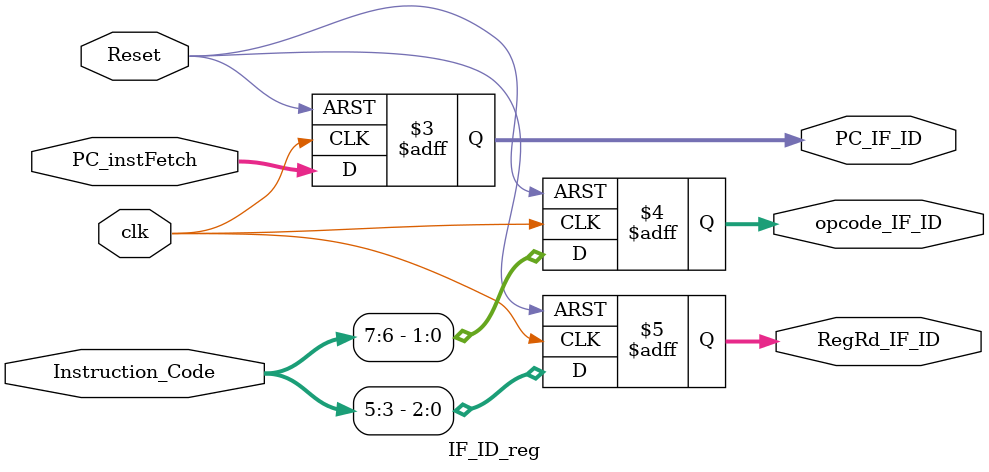
<source format=v>
`timescale 1ns / 1ps


module IF_ID_reg(

    input [7:0] Instruction_Code,
    input [7:0] PC_instFetch,
    output reg [7:0] PC_IF_ID,
    output reg [1:0] opcode_IF_ID,
    output reg [2:0] RegRd_IF_ID,
    input clk,
    input Reset
    );
    
    always@(posedge clk, negedge Reset)
    begin
    
        if(Reset==0)
        begin
             opcode_IF_ID <= 0;
             PC_IF_ID <= 0;
             RegRd_IF_ID <= 0;
        end
        
        else
        begin
             opcode_IF_ID <= Instruction_Code[7:6];
             PC_IF_ID <= PC_instFetch;
             RegRd_IF_ID <= Instruction_Code[5:3];
        end
    end
endmodule

</source>
